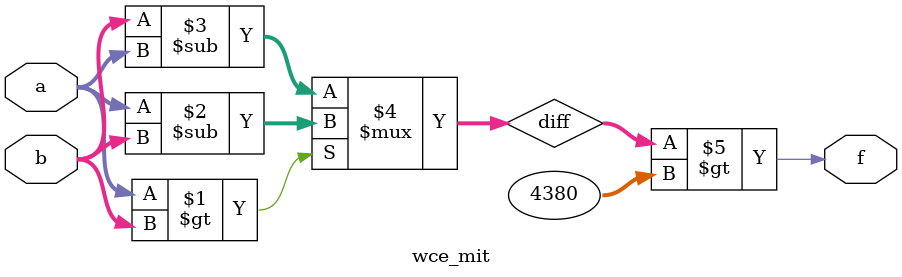
<source format=v>
module wce_mit(a, b, f);
parameter _bit = 18;
parameter wce = 4380;
input [_bit - 1: 0] a;
input [_bit - 1: 0] b;
output f;
wire [_bit - 1: 0] diff;
assign diff = (a > b)? (a - b): (b - a);
assign f = (diff > wce);
endmodule

</source>
